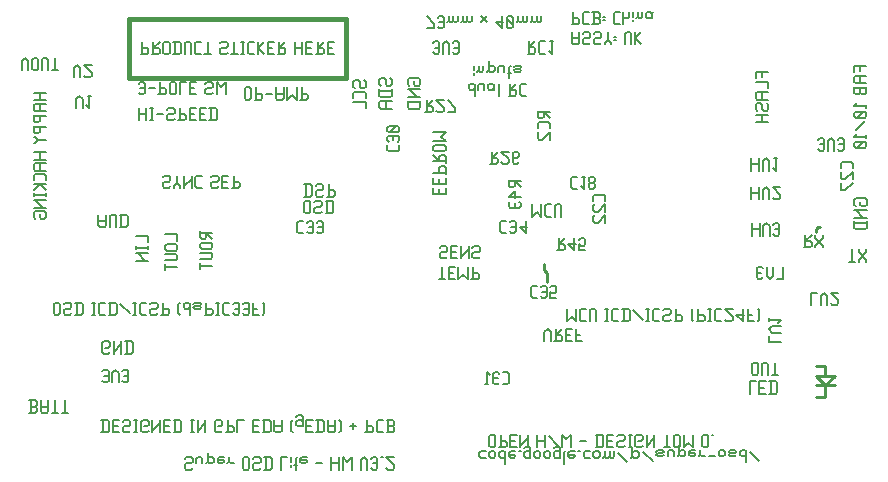
<source format=gbr>
G04 start of page 8 for group -4078 idx -4078 *
G04 Title: (unknown), bottomsilk *
G04 Creator: pcb 20091103 *
G04 CreationDate: Tue 04 Jan 2011 15:16:32 GMT UTC *
G04 For: thomas *
G04 Format: Gerber/RS-274X *
G04 PCB-Dimensions: 285430 157480 *
G04 PCB-Coordinate-Origin: lower left *
%MOIN*%
%FSLAX25Y25*%
%LNBACKSILK*%
%ADD11C,0.0100*%
%ADD12C,0.0180*%
%ADD60C,0.0060*%
G54D11*X267717Y26547D02*X270866D01*
Y30484D02*Y26547D01*
X267717Y81665D02*Y82453D01*
X268504Y83240D01*
X269292D01*
X178000Y64980D02*Y67980D01*
X177000Y68980D01*
Y70980D01*
X270866Y36783D02*X267717D01*
Y33633D02*X274016D01*
X270866Y30483D01*
X267717D02*X274016D01*
X270866Y30484D02*X267717Y33633D01*
X270866Y36783D02*Y33633D01*
G54D12*X111162Y132708D02*X38721D01*
Y152393D01*
X111161D01*
Y132709D01*
G54D60*X30147Y14743D02*Y18863D01*
X31692Y14743D02*X32207Y15258D01*
Y18348D01*
X31692Y18863D02*X32207Y18348D01*
X29632Y18863D02*X31692D01*
X29632Y14743D02*X31692D01*
X33444Y16803D02*X34989D01*
X33444Y18863D02*X35504D01*
X33444Y14743D02*Y18863D01*
Y14743D02*X35504D01*
X38801D02*X39316Y15258D01*
X37256Y14743D02*X38801D01*
X36741Y15258D02*X37256Y14743D01*
X36741Y15258D02*Y16288D01*
X37256Y16803D01*
X38801D01*
X39316Y17318D01*
Y18348D01*
X38801Y18863D02*X39316Y18348D01*
X37256Y18863D02*X38801D01*
X36741Y18348D02*X37256Y18863D01*
X40553Y14743D02*X41583D01*
X41068D02*Y18863D01*
X40553D02*X41583D01*
X44880Y14743D02*X45395Y15258D01*
X43335Y14743D02*X44880D01*
X42820Y15258D02*X43335Y14743D01*
X42820Y15258D02*Y18348D01*
X43335Y18863D01*
X44880D01*
X45395Y18348D01*
Y17318D02*Y18348D01*
X44880Y16803D02*X45395Y17318D01*
X43850Y16803D02*X44880D01*
X46632Y14743D02*Y18863D01*
Y14743D02*Y15258D01*
X49207Y17833D01*
Y14743D02*Y18863D01*
X50444Y16803D02*X51989D01*
X50444Y18863D02*X52504D01*
X50444Y14743D02*Y18863D01*
Y14743D02*X52504D01*
X54256D02*Y18863D01*
X55801Y14743D02*X56316Y15258D01*
Y18348D01*
X55801Y18863D02*X56316Y18348D01*
X53741Y18863D02*X55801D01*
X53741Y14743D02*X55801D01*
X59407D02*X60437D01*
X59922D02*Y18863D01*
X59407D02*X60437D01*
X61674Y14743D02*Y18863D01*
Y14743D02*Y15258D01*
X64249Y17833D01*
Y14743D02*Y18863D01*
X69400Y14743D02*X69915Y15258D01*
X67855Y14743D02*X69400D01*
X67340Y15258D02*X67855Y14743D01*
X67340Y15258D02*Y18348D01*
X67855Y18863D01*
X69400D01*
X69915Y18348D01*
Y17318D02*Y18348D01*
X69400Y16803D02*X69915Y17318D01*
X68370Y16803D02*X69400D01*
X71667Y14743D02*Y18863D01*
X71152Y14743D02*X73212D01*
X73727Y15258D01*
Y16288D01*
X73212Y16803D02*X73727Y16288D01*
X71667Y16803D02*X73212D01*
X74964Y14743D02*Y18863D01*
X77024D01*
X80115Y16803D02*X81660D01*
X80115Y18863D02*X82175D01*
X80115Y14743D02*Y18863D01*
Y14743D02*X82175D01*
X83927D02*Y18863D01*
X85472Y14743D02*X85987Y15258D01*
Y18348D01*
X85472Y18863D02*X85987Y18348D01*
X83412Y18863D02*X85472D01*
X83412Y14743D02*X85472D01*
X87224Y15258D02*Y18863D01*
Y15258D02*X87739Y14743D01*
X89284D01*
X89799Y15258D01*
Y18863D01*
X87224Y16803D02*X89799D01*
X92890Y18348D02*X93405Y18863D01*
X92890Y15258D02*X93405Y14743D01*
X92890Y15258D02*Y18348D01*
X96187Y16803D02*X96702Y17318D01*
X95157Y16803D02*X96187D01*
X94642Y17318D02*X95157Y16803D01*
X94642Y17318D02*Y18348D01*
X95157Y18863D01*
X96187D01*
X96702Y18348D01*
X94642Y19893D02*X95157Y20408D01*
X96187D01*
X96702Y19893D01*
Y16803D02*Y19893D01*
X97939Y16803D02*X99484D01*
X97939Y18863D02*X99999D01*
X97939Y14743D02*Y18863D01*
Y14743D02*X99999D01*
X101751D02*Y18863D01*
X103296Y14743D02*X103811Y15258D01*
Y18348D01*
X103296Y18863D02*X103811Y18348D01*
X101236Y18863D02*X103296D01*
X101236Y14743D02*X103296D01*
X105048Y15258D02*Y18863D01*
Y15258D02*X105563Y14743D01*
X107108D01*
X107623Y15258D01*
Y18863D01*
X105048Y16803D02*X107623D01*
X108860Y14743D02*X109375Y15258D01*
Y18348D01*
X108860Y18863D02*X109375Y18348D01*
X112466Y16803D02*X114526D01*
X113496Y15773D02*Y17833D01*
X118132Y14743D02*Y18863D01*
X117617Y14743D02*X119677D01*
X120192Y15258D01*
Y16288D01*
X119677Y16803D02*X120192Y16288D01*
X118132Y16803D02*X119677D01*
X121944Y18863D02*X123489D01*
X121429Y18348D02*X121944Y18863D01*
X121429Y15258D02*Y18348D01*
Y15258D02*X121944Y14743D01*
X123489D01*
X124726Y18863D02*X126786D01*
X127301Y18348D01*
Y17318D02*Y18348D01*
X126786Y16803D02*X127301Y17318D01*
X125241Y16803D02*X126786D01*
X125241Y14743D02*Y18863D01*
X124726Y14743D02*X126786D01*
X127301Y15258D01*
Y16288D01*
X126786Y16803D02*X127301Y16288D01*
X158855Y10304D02*Y13394D01*
Y10304D02*X159370Y9789D01*
X160400D01*
X160915Y10304D01*
Y13394D01*
X160400Y13909D02*X160915Y13394D01*
X159370Y13909D02*X160400D01*
X158855Y13394D02*X159370Y13909D01*
X162667Y9789D02*Y13909D01*
X162152Y9789D02*X164212D01*
X164727Y10304D01*
Y11334D01*
X164212Y11849D02*X164727Y11334D01*
X162667Y11849D02*X164212D01*
X165964D02*X167509D01*
X165964Y13909D02*X168024D01*
X165964Y9789D02*Y13909D01*
Y9789D02*X168024D01*
X169261D02*Y13909D01*
Y9789D02*Y10304D01*
X171836Y12879D01*
Y9789D02*Y13909D01*
X174927Y9789D02*Y13909D01*
X177502Y9789D02*Y13909D01*
X174927Y11849D02*X177502D01*
X178739Y13394D02*X181829Y10304D01*
X183066Y9789D02*Y13909D01*
X184611Y12364D01*
X186156Y13909D01*
Y9789D02*Y13909D01*
X189247Y11849D02*X191307D01*
X194913Y9789D02*Y13909D01*
X196458Y9789D02*X196973Y10304D01*
Y13394D01*
X196458Y13909D02*X196973Y13394D01*
X194398Y13909D02*X196458D01*
X194398Y9789D02*X196458D01*
X198210Y11849D02*X199755D01*
X198210Y13909D02*X200270D01*
X198210Y9789D02*Y13909D01*
Y9789D02*X200270D01*
X203567D02*X204082Y10304D01*
X202022Y9789D02*X203567D01*
X201507Y10304D02*X202022Y9789D01*
X201507Y10304D02*Y11334D01*
X202022Y11849D01*
X203567D01*
X204082Y12364D01*
Y13394D01*
X203567Y13909D02*X204082Y13394D01*
X202022Y13909D02*X203567D01*
X201507Y13394D02*X202022Y13909D01*
X205319Y9789D02*X206349D01*
X205834D02*Y13909D01*
X205319D02*X206349D01*
X209646Y9789D02*X210161Y10304D01*
X208101Y9789D02*X209646D01*
X207586Y10304D02*X208101Y9789D01*
X207586Y10304D02*Y13394D01*
X208101Y13909D01*
X209646D01*
X210161Y13394D01*
Y12364D02*Y13394D01*
X209646Y11849D02*X210161Y12364D01*
X208616Y11849D02*X209646D01*
X211398Y9789D02*Y13909D01*
Y9789D02*Y10304D01*
X213973Y12879D01*
Y9789D02*Y13909D01*
X217064Y9789D02*X219124D01*
X218094D02*Y13909D01*
X220361Y10304D02*Y13394D01*
Y10304D02*X220876Y9789D01*
X221906D01*
X222421Y10304D01*
Y13394D01*
X221906Y13909D02*X222421Y13394D01*
X220876Y13909D02*X221906D01*
X220361Y13394D02*X220876Y13909D01*
X223658Y9789D02*Y13909D01*
Y9789D02*X225203Y11334D01*
X226748Y9789D01*
Y13909D01*
X229839Y10304D02*Y13394D01*
Y10304D02*X230354Y9789D01*
X231384D01*
X231899Y10304D01*
Y13394D01*
X231384Y13909D02*X231899Y13394D01*
X230354Y13909D02*X231384D01*
X229839Y13394D02*X230354Y13909D01*
X233136D02*X233651D01*
X59481Y2317D02*X59996Y2832D01*
X57936Y2317D02*X59481D01*
X57421Y2832D02*X57936Y2317D01*
X57421Y2832D02*Y3862D01*
X57936Y4377D01*
X59481D01*
X59996Y4892D01*
Y5922D01*
X59481Y6437D02*X59996Y5922D01*
X57936Y6437D02*X59481D01*
X57421Y5922D02*X57936Y6437D01*
X61233Y4377D02*Y5922D01*
X61748Y6437D01*
X62778D01*
X63293Y5922D01*
Y4377D02*Y5922D01*
X65045Y4892D02*Y7982D01*
X64530Y4377D02*X65045Y4892D01*
X65560Y4377D01*
X66590D01*
X67105Y4892D01*
Y5922D01*
X66590Y6437D02*X67105Y5922D01*
X65560Y6437D02*X66590D01*
X65045Y5922D02*X65560Y6437D01*
X68857D02*X70402D01*
X68342Y5922D02*X68857Y6437D01*
X68342Y4892D02*Y5922D01*
Y4892D02*X68857Y4377D01*
X69887D01*
X70402Y4892D01*
X68342Y5407D02*X70402D01*
Y4892D02*Y5407D01*
X72154Y4892D02*Y6437D01*
Y4892D02*X72669Y4377D01*
X73699D01*
X71639D02*X72154Y4892D01*
X76790Y2832D02*Y5922D01*
Y2832D02*X77305Y2317D01*
X78335D01*
X78850Y2832D01*
Y5922D01*
X78335Y6437D02*X78850Y5922D01*
X77305Y6437D02*X78335D01*
X76790Y5922D02*X77305Y6437D01*
X82147Y2317D02*X82662Y2832D01*
X80602Y2317D02*X82147D01*
X80087Y2832D02*X80602Y2317D01*
X80087Y2832D02*Y3862D01*
X80602Y4377D01*
X82147D01*
X82662Y4892D01*
Y5922D01*
X82147Y6437D02*X82662Y5922D01*
X80602Y6437D02*X82147D01*
X80087Y5922D02*X80602Y6437D01*
X84414Y2317D02*Y6437D01*
X85959Y2317D02*X86474Y2832D01*
Y5922D01*
X85959Y6437D02*X86474Y5922D01*
X83899Y6437D02*X85959D01*
X83899Y2317D02*X85959D01*
X89565D02*Y6437D01*
X91625D01*
X92862Y3347D02*Y3862D01*
Y4892D02*Y6437D01*
X94408Y2317D02*Y5922D01*
X94923Y6437D01*
X93893Y3862D02*X94923D01*
X96469Y6437D02*X98014D01*
X95954Y5922D02*X96469Y6437D01*
X95954Y4892D02*Y5922D01*
Y4892D02*X96469Y4377D01*
X97499D01*
X98014Y4892D01*
X95954Y5407D02*X98014D01*
Y4892D02*Y5407D01*
X101105Y4377D02*X103165D01*
X106256Y2317D02*Y6437D01*
X108831Y2317D02*Y6437D01*
X106256Y4377D02*X108831D01*
X110068Y2317D02*Y6437D01*
X111613Y4892D01*
X113158Y6437D01*
Y2317D02*Y6437D01*
X116249Y2317D02*Y5407D01*
X117279Y6437D01*
X118309Y5407D01*
Y2317D02*Y5407D01*
X119546Y2832D02*X120061Y2317D01*
X121091D01*
X121606Y2832D01*
Y5922D01*
X121091Y6437D02*X121606Y5922D01*
X120061Y6437D02*X121091D01*
X119546Y5922D02*X120061Y6437D01*
Y4377D02*X121606D01*
X122843Y6437D02*X123358D01*
X124595Y2832D02*X125110Y2317D01*
X126655D01*
X127170Y2832D01*
Y3862D01*
X124595Y6437D02*X127170Y3862D01*
X124595Y6437D02*X127170D01*
X156133Y6303D02*X157678D01*
X155618Y6818D02*X156133Y6303D01*
X155618Y6818D02*Y7848D01*
X156133Y8363D01*
X157678D01*
X158915Y6818D02*Y7848D01*
Y6818D02*X159430Y6303D01*
X160460D01*
X160975Y6818D01*
Y7848D01*
X160460Y8363D02*X160975Y7848D01*
X159430Y8363D02*X160460D01*
X158915Y7848D02*X159430Y8363D01*
X164272Y4243D02*Y8363D01*
X163757D02*X164272Y7848D01*
X162727Y8363D02*X163757D01*
X162212Y7848D02*X162727Y8363D01*
X162212Y6818D02*Y7848D01*
Y6818D02*X162727Y6303D01*
X163757D01*
X164272Y6818D01*
X166024Y8363D02*X167569D01*
X165509Y7848D02*X166024Y8363D01*
X165509Y6818D02*Y7848D01*
Y6818D02*X166024Y6303D01*
X167054D01*
X167569Y6818D01*
X165509Y7333D02*X167569D01*
Y6818D02*Y7333D01*
X168806Y8363D02*X169321D01*
X172103Y6303D02*X172618Y6818D01*
X171073Y6303D02*X172103D01*
X170558Y6818D02*X171073Y6303D01*
X170558Y6818D02*Y7848D01*
X171073Y8363D01*
X172103D01*
X172618Y7848D01*
X170558Y9393D02*X171073Y9908D01*
X172103D01*
X172618Y9393D01*
Y6303D02*Y9393D01*
X173855Y6818D02*Y7848D01*
Y6818D02*X174370Y6303D01*
X175400D01*
X175915Y6818D01*
Y7848D01*
X175400Y8363D02*X175915Y7848D01*
X174370Y8363D02*X175400D01*
X173855Y7848D02*X174370Y8363D01*
X177152Y6818D02*Y7848D01*
Y6818D02*X177667Y6303D01*
X178697D01*
X179212Y6818D01*
Y7848D01*
X178697Y8363D02*X179212Y7848D01*
X177667Y8363D02*X178697D01*
X177152Y7848D02*X177667Y8363D01*
X181994Y6303D02*X182509Y6818D01*
X180964Y6303D02*X181994D01*
X180449Y6818D02*X180964Y6303D01*
X180449Y6818D02*Y7848D01*
X180964Y8363D01*
X181994D01*
X182509Y7848D01*
X180449Y9393D02*X180964Y9908D01*
X181994D01*
X182509Y9393D01*
Y6303D02*Y9393D01*
X183746Y4243D02*Y7848D01*
X184261Y8363D01*
X185807D02*X187352D01*
X185292Y7848D02*X185807Y8363D01*
X185292Y6818D02*Y7848D01*
Y6818D02*X185807Y6303D01*
X186837D01*
X187352Y6818D01*
X185292Y7333D02*X187352D01*
Y6818D02*Y7333D01*
X188589Y8363D02*X189104D01*
X190856Y6303D02*X192401D01*
X190341Y6818D02*X190856Y6303D01*
X190341Y6818D02*Y7848D01*
X190856Y8363D01*
X192401D01*
X193638Y6818D02*Y7848D01*
Y6818D02*X194153Y6303D01*
X195183D01*
X195698Y6818D01*
Y7848D01*
X195183Y8363D02*X195698Y7848D01*
X194153Y8363D02*X195183D01*
X193638Y7848D02*X194153Y8363D01*
X197450Y6818D02*Y8363D01*
Y6818D02*X197965Y6303D01*
X198480D01*
X198995Y6818D01*
Y8363D01*
Y6818D02*X199510Y6303D01*
X200025D01*
X200540Y6818D01*
Y8363D01*
X196935Y6303D02*X197450Y6818D01*
X201777Y7848D02*X204867Y4758D01*
X206619Y6818D02*Y9908D01*
X206104Y6303D02*X206619Y6818D01*
X207134Y6303D01*
X208164D01*
X208679Y6818D01*
Y7848D01*
X208164Y8363D02*X208679Y7848D01*
X207134Y8363D02*X208164D01*
X206619Y7848D02*X207134Y8363D01*
X41187Y80090D02*X45307D01*
Y78030D02*Y80090D01*
X41187Y75763D02*Y76793D01*
Y76278D02*X45307D01*
Y75763D02*Y76793D01*
X41187Y74526D02*X45307D01*
X41187D02*X41702D01*
X44277Y71951D01*
X41187D02*X45307D01*
X50834Y80708D02*X54954D01*
Y78648D02*Y80708D01*
X51349Y77411D02*X54439D01*
X51349D02*X50834Y76896D01*
Y75866D02*Y76896D01*
Y75866D02*X51349Y75351D01*
X54439D01*
X54954Y75866D02*X54439Y75351D01*
X54954Y75866D02*Y76896D01*
X54439Y77411D02*X54954Y76896D01*
X50834Y74114D02*X54439D01*
X54954Y73599D01*
Y72569D02*Y73599D01*
Y72569D02*X54439Y72054D01*
X50834D02*X54439D01*
X50834Y68757D02*Y70817D01*
Y69787D02*X54954D01*
X13748Y54382D02*Y57472D01*
Y54382D02*X14263Y53867D01*
X15293D01*
X15808Y54382D01*
Y57472D01*
X15293Y57987D02*X15808Y57472D01*
X14263Y57987D02*X15293D01*
X13748Y57472D02*X14263Y57987D01*
X19105Y53867D02*X19620Y54382D01*
X17560Y53867D02*X19105D01*
X17045Y54382D02*X17560Y53867D01*
X17045Y54382D02*Y55412D01*
X17560Y55927D01*
X19105D01*
X19620Y56442D01*
Y57472D01*
X19105Y57987D02*X19620Y57472D01*
X17560Y57987D02*X19105D01*
X17045Y57472D02*X17560Y57987D01*
X21372Y53867D02*Y57987D01*
X22917Y53867D02*X23432Y54382D01*
Y57472D01*
X22917Y57987D02*X23432Y57472D01*
X20857Y57987D02*X22917D01*
X20857Y53867D02*X22917D01*
X26523D02*X27553D01*
X27038D02*Y57987D01*
X26523D02*X27553D01*
X29305D02*X30850D01*
X28790Y57472D02*X29305Y57987D01*
X28790Y54382D02*Y57472D01*
Y54382D02*X29305Y53867D01*
X30850D01*
X32602D02*Y57987D01*
X34147Y53867D02*X34662Y54382D01*
Y57472D01*
X34147Y57987D02*X34662Y57472D01*
X32087Y57987D02*X34147D01*
X32087Y53867D02*X34147D01*
X35899Y57472D02*X38989Y54382D01*
X40226Y53867D02*X41256D01*
X40741D02*Y57987D01*
X40226D02*X41256D01*
X43008D02*X44553D01*
X42493Y57472D02*X43008Y57987D01*
X42493Y54382D02*Y57472D01*
Y54382D02*X43008Y53867D01*
X44553D01*
X47850D02*X48365Y54382D01*
X46305Y53867D02*X47850D01*
X45790Y54382D02*X46305Y53867D01*
X45790Y54382D02*Y55412D01*
X46305Y55927D01*
X47850D01*
X48365Y56442D01*
Y57472D01*
X47850Y57987D02*X48365Y57472D01*
X46305Y57987D02*X47850D01*
X45790Y57472D02*X46305Y57987D01*
X50117Y53867D02*Y57987D01*
X49602Y53867D02*X51662D01*
X52177Y54382D01*
Y55412D01*
X51662Y55927D02*X52177Y55412D01*
X50117Y55927D02*X51662D01*
X55268Y57472D02*X55783Y57987D01*
X55268Y54382D02*X55783Y53867D01*
X55268Y54382D02*Y57472D01*
X59080Y53867D02*Y57987D01*
X58565D02*X59080Y57472D01*
X57535Y57987D02*X58565D01*
X57020Y57472D02*X57535Y57987D01*
X57020Y56442D02*Y57472D01*
Y56442D02*X57535Y55927D01*
X58565D01*
X59080Y56442D01*
X60832Y57987D02*X62377D01*
X62892Y57472D01*
X62377Y56957D02*X62892Y57472D01*
X60832Y56957D02*X62377D01*
X60317Y56442D02*X60832Y56957D01*
X60317Y56442D02*X60832Y55927D01*
X62377D01*
X62892Y56442D01*
X60317Y57472D02*X60832Y57987D01*
X64644Y53867D02*Y57987D01*
X64129Y53867D02*X66189D01*
X66704Y54382D01*
Y55412D01*
X66189Y55927D02*X66704Y55412D01*
X64644Y55927D02*X66189D01*
X67941Y53867D02*X68971D01*
X68456D02*Y57987D01*
X67941D02*X68971D01*
X70723D02*X72268D01*
X70208Y57472D02*X70723Y57987D01*
X70208Y54382D02*Y57472D01*
Y54382D02*X70723Y53867D01*
X72268D01*
X73505Y54382D02*X74020Y53867D01*
X75050D01*
X75565Y54382D01*
Y57472D01*
X75050Y57987D02*X75565Y57472D01*
X74020Y57987D02*X75050D01*
X73505Y57472D02*X74020Y57987D01*
Y55927D02*X75565D01*
X76802Y54382D02*X77317Y53867D01*
X78347D01*
X78862Y54382D01*
Y57472D01*
X78347Y57987D02*X78862Y57472D01*
X77317Y57987D02*X78347D01*
X76802Y57472D02*X77317Y57987D01*
Y55927D02*X78862D01*
X80099Y53867D02*Y57987D01*
Y53867D02*X82159D01*
X80099Y55927D02*X81644D01*
X83396Y53867D02*X83911Y54382D01*
Y57472D01*
X83396Y57987D02*X83911Y57472D01*
X62522Y79697D02*Y81757D01*
Y79697D02*X63037Y79182D01*
X64067D01*
X64582Y79697D02*X64067Y79182D01*
X64582Y79697D02*Y81242D01*
X62522D02*X66642D01*
X64582D02*X66642Y79182D01*
X63037Y77945D02*X66127D01*
X63037D02*X62522Y77430D01*
Y76400D02*Y77430D01*
Y76400D02*X63037Y75885D01*
X66127D01*
X66642Y76400D02*X66127Y75885D01*
X66642Y76400D02*Y77430D01*
X66127Y77945D02*X66642Y77430D01*
X62522Y74648D02*X66127D01*
X66642Y74133D01*
Y73103D02*Y74133D01*
Y73103D02*X66127Y72588D01*
X62522D02*X66127D01*
X62522Y69291D02*Y71351D01*
Y70321D02*X66642D01*
X29973Y31942D02*X30488Y31427D01*
X31518D01*
X32033Y31942D01*
Y35032D01*
X31518Y35547D02*X32033Y35032D01*
X30488Y35547D02*X31518D01*
X29973Y35032D02*X30488Y35547D01*
Y33487D02*X32033D01*
X33270Y31427D02*Y34517D01*
X34300Y35547D01*
X35330Y34517D01*
Y31427D02*Y34517D01*
X36567Y31942D02*X37082Y31427D01*
X38112D01*
X38627Y31942D01*
Y35032D01*
X38112Y35547D02*X38627Y35032D01*
X37082Y35547D02*X38112D01*
X36567Y35032D02*X37082Y35547D01*
Y33487D02*X38627D01*
X5512Y25397D02*X7572D01*
X8087Y24882D01*
Y23852D02*Y24882D01*
X7572Y23337D02*X8087Y23852D01*
X6027Y23337D02*X7572D01*
X6027Y21277D02*Y25397D01*
X5512Y21277D02*X7572D01*
X8087Y21792D01*
Y22822D01*
X7572Y23337D02*X8087Y22822D01*
X9324Y21792D02*Y25397D01*
Y21792D02*X9839Y21277D01*
X11384D01*
X11899Y21792D01*
Y25397D01*
X9324Y23337D02*X11899D01*
X13136Y21277D02*X15196D01*
X14166D02*Y25397D01*
X16433Y21277D02*X18493D01*
X17463D02*Y25397D01*
X31981Y40962D02*X32496Y41477D01*
X30436Y40962D02*X31981D01*
X29921Y41477D02*X30436Y40962D01*
X29921Y41477D02*Y44567D01*
X30436Y45082D01*
X31981D01*
X32496Y44567D01*
Y43537D02*Y44567D01*
X31981Y43022D02*X32496Y43537D01*
X30951Y43022D02*X31981D01*
X33733Y40962D02*Y45082D01*
Y40962D02*Y41477D01*
X36308Y44052D01*
Y40962D02*Y45082D01*
X38060Y40962D02*Y45082D01*
X39605Y40962D02*X40120Y41477D01*
Y44567D01*
X39605Y45082D02*X40120Y44567D01*
X37545Y45082D02*X39605D01*
X37545Y40962D02*X39605D01*
X210235Y8348D02*X213325Y5258D01*
X215077Y8863D02*X216622D01*
X217137Y8348D01*
X216622Y7833D02*X217137Y8348D01*
X215077Y7833D02*X216622D01*
X214562Y7318D02*X215077Y7833D01*
X214562Y7318D02*X215077Y6803D01*
X216622D01*
X217137Y7318D01*
X214562Y8348D02*X215077Y8863D01*
X218374Y6803D02*Y8348D01*
X218889Y8863D01*
X219919D01*
X220434Y8348D01*
Y6803D02*Y8348D01*
X222186Y7318D02*Y10408D01*
X221671Y6803D02*X222186Y7318D01*
X222701Y6803D01*
X223731D01*
X224246Y7318D01*
Y8348D01*
X223731Y8863D02*X224246Y8348D01*
X222701Y8863D02*X223731D01*
X222186Y8348D02*X222701Y8863D01*
X225998D02*X227543D01*
X225483Y8348D02*X225998Y8863D01*
X225483Y7318D02*Y8348D01*
Y7318D02*X225998Y6803D01*
X227028D01*
X227543Y7318D01*
X225483Y7833D02*X227543D01*
Y7318D02*Y7833D01*
X229295Y7318D02*Y8863D01*
Y7318D02*X229810Y6803D01*
X230840D01*
X228780D02*X229295Y7318D01*
X232077Y6803D02*X234137D01*
X235374Y7318D02*Y8348D01*
Y7318D02*X235889Y6803D01*
X236919D01*
X237434Y7318D01*
Y8348D01*
X236919Y8863D02*X237434Y8348D01*
X235889Y8863D02*X236919D01*
X235374Y8348D02*X235889Y8863D01*
X239186D02*X240731D01*
X241246Y8348D01*
X240731Y7833D02*X241246Y8348D01*
X239186Y7833D02*X240731D01*
X238671Y7318D02*X239186Y7833D01*
X238671Y7318D02*X239186Y6803D01*
X240731D01*
X241246Y7318D01*
X238671Y8348D02*X239186Y8863D01*
X244543Y4743D02*Y8863D01*
X244028D02*X244543Y8348D01*
X242998Y8863D02*X244028D01*
X242483Y8348D02*X242998Y8863D01*
X242483Y7318D02*Y8348D01*
Y7318D02*X242998Y6803D01*
X244028D01*
X244543Y7318D01*
X245780Y8348D02*X248870Y5258D01*
X177301Y45126D02*Y48216D01*
X178331Y49246D01*
X179361Y48216D01*
Y45126D02*Y48216D01*
X180598Y45126D02*X182658D01*
X183173Y45641D01*
Y46671D01*
X182658Y47186D02*X183173Y46671D01*
X181113Y47186D02*X182658D01*
X181113Y45126D02*Y49246D01*
Y47186D02*X183173Y49246D01*
X184410Y47186D02*X185955D01*
X184410Y49246D02*X186470D01*
X184410Y45126D02*Y49246D01*
Y45126D02*X186470D01*
X187707D02*Y49246D01*
Y45126D02*X189767D01*
X187707Y47186D02*X189252D01*
X246457Y34391D02*Y37481D01*
Y34391D02*X246972Y33876D01*
X248002D01*
X248517Y34391D01*
Y37481D01*
X248002Y37996D02*X248517Y37481D01*
X246972Y37996D02*X248002D01*
X246457Y37481D02*X246972Y37996D01*
X249754Y33876D02*Y37481D01*
X250269Y37996D01*
X251299D01*
X251814Y37481D01*
Y33876D02*Y37481D01*
X253051Y33876D02*X255111D01*
X254081D02*Y37996D01*
X245669Y27577D02*Y31697D01*
X247729D01*
X248966Y29637D02*X250511D01*
X248966Y31697D02*X251026D01*
X248966Y27577D02*Y31697D01*
Y27577D02*X251026D01*
X252778D02*Y31697D01*
X254323Y27577D02*X254838Y28092D01*
Y31182D01*
X254323Y31697D02*X254838Y31182D01*
X252263Y31697D02*X254323D01*
X252263Y27577D02*X254323D01*
X184808Y51809D02*Y55929D01*
Y51809D02*X186353Y53354D01*
X187898Y51809D01*
Y55929D01*
X189650D02*X191195D01*
X189135Y55414D02*X189650Y55929D01*
X189135Y52324D02*Y55414D01*
Y52324D02*X189650Y51809D01*
X191195D01*
X192432D02*Y55414D01*
X192947Y55929D01*
X193977D01*
X194492Y55414D01*
Y51809D02*Y55414D01*
X197583Y51809D02*X198613D01*
X198098D02*Y55929D01*
X197583D02*X198613D01*
X200365D02*X201910D01*
X199850Y55414D02*X200365Y55929D01*
X199850Y52324D02*Y55414D01*
Y52324D02*X200365Y51809D01*
X201910D01*
X203662D02*Y55929D01*
X205207Y51809D02*X205722Y52324D01*
Y55414D01*
X205207Y55929D02*X205722Y55414D01*
X203147Y55929D02*X205207D01*
X203147Y51809D02*X205207D01*
X206959Y55414D02*X210049Y52324D01*
X211286Y51809D02*X212316D01*
X211801D02*Y55929D01*
X211286D02*X212316D01*
X214068D02*X215613D01*
X213553Y55414D02*X214068Y55929D01*
X213553Y52324D02*Y55414D01*
Y52324D02*X214068Y51809D01*
X215613D01*
X218910D02*X219425Y52324D01*
X217365Y51809D02*X218910D01*
X216850Y52324D02*X217365Y51809D01*
X216850Y52324D02*Y53354D01*
X217365Y53869D01*
X218910D01*
X219425Y54384D01*
Y55414D01*
X218910Y55929D02*X219425Y55414D01*
X217365Y55929D02*X218910D01*
X216850Y55414D02*X217365Y55929D01*
X221177Y51809D02*Y55929D01*
X220662Y51809D02*X222722D01*
X223237Y52324D01*
Y53354D01*
X222722Y53869D02*X223237Y53354D01*
X221177Y53869D02*X222722D01*
X226328Y55414D02*X226843Y55929D01*
X226328Y52324D02*X226843Y51809D01*
X226328Y52324D02*Y55414D01*
X228595Y51809D02*Y55929D01*
X228080Y51809D02*X230140D01*
X230655Y52324D01*
Y53354D01*
X230140Y53869D02*X230655Y53354D01*
X228595Y53869D02*X230140D01*
X231892Y51809D02*X232922D01*
X232407D02*Y55929D01*
X231892D02*X232922D01*
X234674D02*X236219D01*
X234159Y55414D02*X234674Y55929D01*
X234159Y52324D02*Y55414D01*
Y52324D02*X234674Y51809D01*
X236219D01*
X237456Y52324D02*X237971Y51809D01*
X239516D01*
X240031Y52324D01*
Y53354D01*
X237456Y55929D02*X240031Y53354D01*
X237456Y55929D02*X240031D01*
X241268Y53869D02*X243328Y51809D01*
X241268Y53869D02*X243843D01*
X243328Y51809D02*Y55929D01*
X245080Y51809D02*Y55929D01*
Y51809D02*X247140D01*
X245080Y53869D02*X246625D01*
X248377Y51809D02*X248892Y52324D01*
Y55414D01*
X248377Y55929D02*X248892Y55414D01*
X252098Y44724D02*X256218D01*
X252098D02*Y46784D01*
X253128Y48021D02*X256218D01*
X253128D02*X252098Y49051D01*
X253128Y50081D01*
X256218D01*
X252098Y51833D02*Y52863D01*
Y52348D02*X256218D01*
X255188Y51318D02*X256218Y52348D01*
X246457Y80333D02*Y84453D01*
X249032Y80333D02*Y84453D01*
X246457Y82393D02*X249032D01*
X250269Y80333D02*Y83423D01*
X251299Y84453D01*
X252329Y83423D01*
Y80333D02*Y83423D01*
X253566Y80848D02*X254081Y80333D01*
X255111D01*
X255626Y80848D01*
Y83938D01*
X255111Y84453D02*X255626Y83938D01*
X254081Y84453D02*X255111D01*
X253566Y83938D02*X254081Y84453D01*
Y82393D02*X255626D01*
X256756Y65894D02*Y70014D01*
X254696Y65894D02*X256756D01*
X253459Y66924D02*Y70014D01*
Y66924D02*X252429Y65894D01*
X251399Y66924D01*
Y70014D01*
X250162Y69499D02*X249647Y70014D01*
X248617D02*X249647D01*
X248617D02*X248102Y69499D01*
Y66409D02*Y69499D01*
X248617Y65894D02*X248102Y66409D01*
X248617Y65894D02*X249647D01*
X250162Y66409D02*X249647Y65894D01*
X248102Y67954D02*X249647D01*
X278741Y71671D02*X280801D01*
X279771D02*Y75791D01*
X282038Y71671D02*Y72186D01*
X284613Y74761D01*
Y75791D01*
X282038Y74761D02*Y75791D01*
Y74761D02*X284613Y72186D01*
Y71671D02*Y72186D01*
X280557Y90629D02*X281072Y90114D01*
X280557Y90629D02*Y92174D01*
X281072Y92689D02*X280557Y92174D01*
X281072Y92689D02*X284162D01*
X284677Y92174D01*
Y90629D02*Y92174D01*
Y90629D02*X284162Y90114D01*
X283132D02*X284162D01*
X282617Y90629D02*X283132Y90114D01*
X282617Y90629D02*Y91659D01*
X280557Y88877D02*X284677D01*
X280557D02*X281072D01*
X283647Y86302D01*
X280557D02*X284677D01*
X280557Y84550D02*X284677D01*
X280557Y83005D02*X281072Y82490D01*
X284162D01*
X284677Y83005D02*X284162Y82490D01*
X284677Y83005D02*Y85065D01*
X280557Y83005D02*Y85065D01*
X280528Y136784D02*X284528D01*
X280528Y134784D02*Y136784D01*
X282528Y135284D02*Y136784D01*
X281028Y133583D02*X284528D01*
X281028D02*X280528Y133083D01*
Y131583D02*Y133083D01*
Y131583D02*X281028Y131083D01*
X284528D01*
X282528D02*Y133583D01*
X284528Y127882D02*Y129882D01*
Y127882D02*X284028Y127382D01*
X283028D02*X284028D01*
X282528Y127882D02*X283028Y127382D01*
X282528Y127882D02*Y129382D01*
X280528D02*X284528D01*
X280528Y127882D02*Y129882D01*
Y127882D02*X281028Y127382D01*
X282028D01*
X282528Y127882D02*X282028Y127382D01*
X284528Y122881D02*Y123881D01*
X280528Y123381D02*X284528D01*
X281528Y124381D02*X280528Y123381D01*
X284028Y121680D02*X284528Y121180D01*
X281028Y121680D02*X284028D01*
X281028D02*X280528Y121180D01*
Y120180D02*Y121180D01*
Y120180D02*X281028Y119680D01*
X284028D01*
X284528Y120180D02*X284028Y119680D01*
X284528Y120180D02*Y121180D01*
X283528Y121680D02*X281528Y119680D01*
X284028Y118479D02*X281028Y115479D01*
X284528Y112778D02*Y113778D01*
X280528Y113278D02*X284528D01*
X281528Y114278D02*X280528Y113278D01*
X284028Y111577D02*X284528Y111077D01*
X281028Y111577D02*X284028D01*
X281028D02*X280528Y111077D01*
Y110077D02*Y111077D01*
Y110077D02*X281028Y109577D01*
X284028D01*
X284528Y110077D02*X284028Y109577D01*
X284528Y110077D02*Y111077D01*
X283528Y111577D02*X281528Y109577D01*
X263780Y76396D02*X265840D01*
X266355Y76911D01*
Y77941D01*
X265840Y78456D02*X266355Y77941D01*
X264295Y78456D02*X265840D01*
X264295Y76396D02*Y80516D01*
Y78456D02*X266355Y80516D01*
X267592Y76396D02*Y76911D01*
X270167Y79486D01*
Y80516D01*
X267592Y79486D02*Y80516D01*
Y79486D02*X270167Y76911D01*
Y76396D02*Y76911D01*
X268505Y109194D02*X269020Y108679D01*
X270050D01*
X270565Y109194D01*
Y112284D01*
X270050Y112799D02*X270565Y112284D01*
X269020Y112799D02*X270050D01*
X268505Y112284D02*X269020Y112799D01*
Y110739D02*X270565D01*
X271802Y108679D02*Y111769D01*
X272832Y112799D01*
X273862Y111769D01*
Y108679D02*Y111769D01*
X275099Y109194D02*X275614Y108679D01*
X276644D01*
X277159Y109194D01*
Y112284D01*
X276644Y112799D02*X277159Y112284D01*
X275614Y112799D02*X276644D01*
X275099Y112284D02*X275614Y112799D01*
Y110739D02*X277159D01*
X266142Y57211D02*Y61331D01*
X268202D01*
X269439Y57211D02*Y60301D01*
X270469Y61331D01*
X271499Y60301D01*
Y57211D02*Y60301D01*
X272736Y57726D02*X273251Y57211D01*
X274796D01*
X275311Y57726D01*
Y58756D01*
X272736Y61331D02*X275311Y58756D01*
X272736Y61331D02*X275311D01*
X247766Y134853D02*X251886D01*
X247766Y132793D02*Y134853D01*
X249826Y133308D02*Y134853D01*
X247766Y131556D02*X251886D01*
Y129496D02*Y131556D01*
X248281Y128259D02*X251886D01*
X248281D02*X247766Y127744D01*
Y126199D02*Y127744D01*
Y126199D02*X248281Y125684D01*
X251886D01*
X249826D02*Y128259D01*
X247766Y122387D02*X248281Y121872D01*
X247766Y122387D02*Y123932D01*
X248281Y124447D02*X247766Y123932D01*
X248281Y124447D02*X249311D01*
X249826Y123932D01*
Y122387D02*Y123932D01*
Y122387D02*X250341Y121872D01*
X251371D01*
X251886Y122387D02*X251371Y121872D01*
X251886Y122387D02*Y123932D01*
X251371Y124447D02*X251886Y123932D01*
X247766Y120635D02*X251886D01*
X247766Y118060D02*X251886D01*
X249826D02*Y120635D01*
X246280Y101979D02*Y106099D01*
X248855Y101979D02*Y106099D01*
X246280Y104039D02*X248855D01*
X250092Y101979D02*Y105069D01*
X251122Y106099D01*
X252152Y105069D01*
Y101979D02*Y105069D01*
X253904Y106099D02*X254934D01*
X254419Y101979D02*Y106099D01*
X253389Y103009D02*X254419Y101979D01*
X246221Y92451D02*Y96571D01*
X248796Y92451D02*Y96571D01*
X246221Y94511D02*X248796D01*
X250033Y92451D02*Y95541D01*
X251063Y96571D01*
X252093Y95541D01*
Y92451D02*Y95541D01*
X253330Y92966D02*X253845Y92451D01*
X255390D01*
X255905Y92966D01*
Y93996D01*
X253330Y96571D02*X255905Y93996D01*
X253330Y96571D02*X255905D01*
X171654Y140963D02*X173714D01*
X174229Y141478D01*
Y142508D01*
X173714Y143023D02*X174229Y142508D01*
X172169Y143023D02*X173714D01*
X172169Y140963D02*Y145083D01*
Y143023D02*X174229Y145083D01*
X175981D02*X177526D01*
X175466Y144568D02*X175981Y145083D01*
X175466Y141478D02*Y144568D01*
Y141478D02*X175981Y140963D01*
X177526D01*
X179278Y145083D02*X180308D01*
X179793Y140963D02*Y145083D01*
X178763Y141993D02*X179793Y140963D01*
X140158Y141477D02*X140673Y140962D01*
X141703D01*
X142218Y141477D01*
Y144567D01*
X141703Y145082D02*X142218Y144567D01*
X140673Y145082D02*X141703D01*
X140158Y144567D02*X140673Y145082D01*
Y143022D02*X142218D01*
X143455Y140962D02*Y144052D01*
X144485Y145082D01*
X145515Y144052D01*
Y140962D02*Y144052D01*
X146752Y141477D02*X147267Y140962D01*
X148297D01*
X148812Y141477D01*
Y144567D01*
X148297Y145082D02*X148812Y144567D01*
X147267Y145082D02*X148297D01*
X146752Y144567D02*X147267Y145082D01*
Y143022D02*X148812D01*
X138000Y153480D02*X140500Y150980D01*
Y149480D02*Y150980D01*
X138000Y149480D02*X140500D01*
X141701Y149980D02*X142201Y149480D01*
X143201D01*
X143701Y149980D01*
Y152980D01*
X143201Y153480D02*X143701Y152980D01*
X142201Y153480D02*X143201D01*
X141701Y152980D02*X142201Y153480D01*
Y151480D02*X143701D01*
X145402Y151980D02*Y153480D01*
Y151980D02*X145902Y151480D01*
X146402D01*
X146902Y151980D01*
Y153480D01*
Y151980D02*X147402Y151480D01*
X147902D01*
X148402Y151980D01*
Y153480D01*
X144902Y151480D02*X145402Y151980D01*
X150103D02*Y153480D01*
Y151980D02*X150603Y151480D01*
X151103D01*
X151603Y151980D01*
Y153480D01*
Y151980D02*X152103Y151480D01*
X152603D01*
X153103Y151980D01*
Y153480D01*
X149603Y151480D02*X150103Y151980D01*
X156104Y151480D02*X158104Y153480D01*
X156104D02*X158104Y151480D01*
X161105D02*X163105Y149480D01*
X161105Y151480D02*X163605D01*
X163105Y149480D02*Y153480D01*
X164806Y152980D02*X165306Y153480D01*
X164806Y149980D02*Y152980D01*
Y149980D02*X165306Y149480D01*
X166306D01*
X166806Y149980D01*
Y152980D01*
X166306Y153480D02*X166806Y152980D01*
X165306Y153480D02*X166306D01*
X164806Y152480D02*X166806Y150480D01*
X168507Y151980D02*Y153480D01*
Y151980D02*X169007Y151480D01*
X169507D01*
X170007Y151980D01*
Y153480D01*
Y151980D02*X170507Y151480D01*
X171007D01*
X171507Y151980D01*
Y153480D01*
X168007Y151480D02*X168507Y151980D01*
X173208D02*Y153480D01*
Y151980D02*X173708Y151480D01*
X174208D01*
X174708Y151980D01*
Y153480D01*
Y151980D02*X175208Y151480D01*
X175708D01*
X176208Y151980D01*
Y153480D01*
X172708Y151480D02*X173208Y151980D01*
X153978Y133940D02*Y134440D01*
Y135440D02*Y136940D01*
X155479Y135440D02*Y136940D01*
Y135440D02*X155979Y134940D01*
X156479D01*
X156979Y135440D01*
Y136940D01*
X154979Y134940D02*X155479Y135440D01*
X158680D02*Y138440D01*
X158180Y134940D02*X158680Y135440D01*
X159180Y134940D01*
X160180D01*
X160680Y135440D01*
Y136440D01*
X160180Y136940D02*X160680Y136440D01*
X159180Y136940D02*X160180D01*
X158680Y136440D02*X159180Y136940D01*
X161881Y134940D02*Y136440D01*
X162381Y136940D01*
X163381D01*
X163881Y136440D01*
Y134940D02*Y136440D01*
X165582Y132940D02*Y136440D01*
X166082Y136940D01*
X165082Y134440D02*X166082D01*
X167583Y136940D02*X169083D01*
X169583Y136440D01*
X169083Y135940D02*X169583Y136440D01*
X167583Y135940D02*X169083D01*
X167083Y135440D02*X167583Y135940D01*
X167083Y135440D02*X167583Y134940D01*
X169083D01*
X169583Y135440D01*
X167083Y136440D02*X167583Y136940D01*
X154048Y126909D02*Y130909D01*
X153548D02*X154048Y130409D01*
X152548Y130909D02*X153548D01*
X152048Y130409D02*X152548Y130909D01*
X152048Y129409D02*Y130409D01*
Y129409D02*X152548Y128909D01*
X153548D01*
X154048Y129409D01*
X155249Y128909D02*Y130409D01*
X155749Y130909D01*
X156749D01*
X157249Y130409D01*
Y128909D02*Y130409D01*
X159950Y128909D02*X160450Y129409D01*
X158950Y128909D02*X159950D01*
X158450Y129409D02*X158950Y128909D01*
X158450Y129409D02*Y130409D01*
X158950Y130909D01*
X160450Y128909D02*Y130409D01*
X160950Y130909D01*
X158950D02*X159950D01*
X160450Y130409D01*
X162151Y126909D02*Y130409D01*
X162651Y130909D01*
X165452Y126909D02*X167452D01*
X167952Y127409D01*
Y128409D01*
X167452Y128909D02*X167952Y128409D01*
X165952Y128909D02*X167452D01*
X165952Y126909D02*Y130909D01*
Y128909D02*X167952Y130909D01*
X169653D02*X171153D01*
X169153Y130409D02*X169653Y130909D01*
X169153Y127409D02*Y130409D01*
Y127409D02*X169653Y126909D01*
X171153D01*
X142316Y94188D02*Y95733D01*
X140256Y94188D02*Y96248D01*
Y94188D02*X144376D01*
Y96248D01*
X142316Y97485D02*Y99030D01*
X140256Y97485D02*Y99545D01*
Y97485D02*X144376D01*
Y99545D01*
X140256Y101297D02*X144376D01*
Y100782D02*Y102842D01*
X143861Y103357D01*
X142831D02*X143861D01*
X142316Y102842D02*X142831Y103357D01*
X142316Y101297D02*Y102842D01*
X144376Y104594D02*Y106654D01*
X143861Y107169D01*
X142831D02*X143861D01*
X142316Y106654D02*X142831Y107169D01*
X142316Y105109D02*Y106654D01*
X140256Y105109D02*X144376D01*
X142316D02*X140256Y107169D01*
X140771Y108406D02*X143861D01*
X144376Y108921D01*
Y109951D01*
X143861Y110466D01*
X140771D02*X143861D01*
X140256Y109951D02*X140771Y110466D01*
X140256Y108921D02*Y109951D01*
X140771Y108406D02*X140256Y108921D01*
Y111703D02*X144376D01*
X142831Y113248D01*
X144376Y114793D01*
X140256D02*X144376D01*
X175012Y119954D02*Y122014D01*
Y119954D02*X175527Y119439D01*
X176557D01*
X177072Y119954D02*X176557Y119439D01*
X177072Y119954D02*Y121499D01*
X175012D02*X179132D01*
X177072D02*X179132Y119439D01*
Y116142D02*Y117687D01*
X178617Y118202D02*X179132Y117687D01*
X175527Y118202D02*X178617D01*
X175527D02*X175012Y117687D01*
Y116142D02*Y117687D01*
X175527Y114905D02*X175012Y114390D01*
Y112845D02*Y114390D01*
Y112845D02*X175527Y112330D01*
X176557D01*
X179132Y114905D02*X176557Y112330D01*
X179132D02*Y114905D01*
X186348Y144552D02*Y148052D01*
Y144552D02*X186848Y144052D01*
X188348D01*
X188848Y144552D01*
Y148052D01*
X186348Y146052D02*X188848D01*
X192049Y144052D02*X192549Y144552D01*
X190549Y144052D02*X192049D01*
X190049Y144552D02*X190549Y144052D01*
X190049Y144552D02*Y145552D01*
X190549Y146052D01*
X192049D01*
X192549Y146552D01*
Y147552D01*
X192049Y148052D02*X192549Y147552D01*
X190549Y148052D02*X192049D01*
X190049Y147552D02*X190549Y148052D01*
X195750Y144052D02*X196250Y144552D01*
X194250Y144052D02*X195750D01*
X193750Y144552D02*X194250Y144052D01*
X193750Y144552D02*Y145552D01*
X194250Y146052D01*
X195750D01*
X196250Y146552D01*
Y147552D01*
X195750Y148052D02*X196250Y147552D01*
X194250Y148052D02*X195750D01*
X193750Y147552D02*X194250Y148052D01*
X197451Y144052D02*Y144552D01*
X198451Y145552D01*
X199451Y144552D01*
Y144052D02*Y144552D01*
X198451Y145552D02*Y148052D01*
X200652Y145552D02*X201152D01*
X200652Y146552D02*X201152D01*
X204153Y144052D02*Y147552D01*
X204653Y148052D01*
X205653D01*
X206153Y147552D01*
Y144052D02*Y147552D01*
X207354Y144052D02*Y148052D01*
Y146052D02*X209354Y144052D01*
X207354Y146052D02*X209354Y148052D01*
X186847Y150744D02*Y154744D01*
X186347Y150744D02*X188347D01*
X188847Y151244D01*
Y152244D01*
X188347Y152744D02*X188847Y152244D01*
X186847Y152744D02*X188347D01*
X190548Y154744D02*X192048D01*
X190048Y154244D02*X190548Y154744D01*
X190048Y151244D02*Y154244D01*
Y151244D02*X190548Y150744D01*
X192048D01*
X193249Y154744D02*X195249D01*
X195749Y154244D01*
Y153244D02*Y154244D01*
X195249Y152744D02*X195749Y153244D01*
X193749Y152744D02*X195249D01*
X193749Y150744D02*Y154744D01*
X193249Y150744D02*X195249D01*
X195749Y151244D01*
Y152244D01*
X195249Y152744D02*X195749Y152244D01*
X196950D02*X197450D01*
X196950Y153244D02*X197450D01*
X200951Y154744D02*X202451D01*
X200451Y154244D02*X200951Y154744D01*
X200451Y151244D02*Y154244D01*
Y151244D02*X200951Y150744D01*
X202451D01*
X203652D02*Y154744D01*
Y153244D02*X204152Y152744D01*
X205152D01*
X205652Y153244D01*
Y154744D01*
X206853Y151744D02*Y152244D01*
Y153244D02*Y154744D01*
X208354Y153244D02*Y154744D01*
Y153244D02*X208854Y152744D01*
X209354D01*
X209854Y153244D01*
Y154744D01*
X207854Y152744D02*X208354Y153244D01*
X212555Y152744D02*X213055Y153244D01*
X211555Y152744D02*X212555D01*
X211055Y153244D02*X211555Y152744D01*
X211055Y153244D02*Y154244D01*
X211555Y154744D01*
X213055Y152744D02*Y154244D01*
X213555Y154744D01*
X211555D02*X212555D01*
X213055Y154244D01*
X20473Y133088D02*Y136178D01*
X21503Y137208D01*
X22533Y136178D01*
Y133088D02*Y136178D01*
X23770Y133603D02*X24285Y133088D01*
X25830D01*
X26345Y133603D01*
Y134633D01*
X23770Y137208D02*X26345Y134633D01*
X23770Y137208D02*X26345D01*
X77378Y126092D02*Y129182D01*
Y126092D02*X77893Y125577D01*
X78923D01*
X79438Y126092D01*
Y129182D01*
X78923Y129697D02*X79438Y129182D01*
X77893Y129697D02*X78923D01*
X77378Y129182D02*X77893Y129697D01*
X81190Y125577D02*Y129697D01*
X80675Y125577D02*X82735D01*
X83250Y126092D01*
Y127122D01*
X82735Y127637D02*X83250Y127122D01*
X81190Y127637D02*X82735D01*
X84487D02*X86547D01*
X87784Y126092D02*Y129697D01*
Y126092D02*X88299Y125577D01*
X89844D01*
X90359Y126092D01*
Y129697D01*
X87784Y127637D02*X90359D01*
X91596Y125577D02*Y129697D01*
Y125577D02*X93141Y127122D01*
X94686Y125577D01*
Y129697D01*
X96438Y125577D02*Y129697D01*
X95923Y125577D02*X97983D01*
X98498Y126092D01*
Y127122D01*
X97983Y127637D02*X98498Y127122D01*
X96438Y127637D02*X97983D01*
X42051Y127898D02*X42566Y127383D01*
X43596D01*
X44111Y127898D01*
Y130988D01*
X43596Y131503D02*X44111Y130988D01*
X42566Y131503D02*X43596D01*
X42051Y130988D02*X42566Y131503D01*
Y129443D02*X44111D01*
X45348D02*X47408D01*
X49160Y127383D02*Y131503D01*
X48645Y127383D02*X50705D01*
X51220Y127898D01*
Y128928D01*
X50705Y129443D02*X51220Y128928D01*
X49160Y129443D02*X50705D01*
X52457Y127898D02*Y130988D01*
Y127898D02*X52972Y127383D01*
X54002D01*
X54517Y127898D01*
Y130988D01*
X54002Y131503D02*X54517Y130988D01*
X52972Y131503D02*X54002D01*
X52457Y130988D02*X52972Y131503D01*
X55754Y127383D02*Y131503D01*
X57814D01*
X59051Y129443D02*X60596D01*
X59051Y131503D02*X61111D01*
X59051Y127383D02*Y131503D01*
Y127383D02*X61111D01*
X66262D02*X66777Y127898D01*
X64717Y127383D02*X66262D01*
X64202Y127898D02*X64717Y127383D01*
X64202Y127898D02*Y128928D01*
X64717Y129443D01*
X66262D01*
X66777Y129958D01*
Y130988D01*
X66262Y131503D02*X66777Y130988D01*
X64717Y131503D02*X66262D01*
X64202Y130988D02*X64717Y131503D01*
X68014Y127383D02*Y131503D01*
X69559Y129958D01*
X71104Y131503D01*
Y127383D02*Y131503D01*
X42051Y118723D02*Y122843D01*
X44626Y118723D02*Y122843D01*
X42051Y120783D02*X44626D01*
X45863Y118723D02*X46893D01*
X46378D02*Y122843D01*
X45863D02*X46893D01*
X48130Y120783D02*X50190D01*
X53487Y118723D02*X54002Y119238D01*
X51942Y118723D02*X53487D01*
X51427Y119238D02*X51942Y118723D01*
X51427Y119238D02*Y120268D01*
X51942Y120783D01*
X53487D01*
X54002Y121298D01*
Y122328D01*
X53487Y122843D02*X54002Y122328D01*
X51942Y122843D02*X53487D01*
X51427Y122328D02*X51942Y122843D01*
X55754Y118723D02*Y122843D01*
X55239Y118723D02*X57299D01*
X57814Y119238D01*
Y120268D01*
X57299Y120783D02*X57814Y120268D01*
X55754Y120783D02*X57299D01*
X59051D02*X60596D01*
X59051Y122843D02*X61111D01*
X59051Y118723D02*Y122843D01*
Y118723D02*X61111D01*
X62348Y120783D02*X63893D01*
X62348Y122843D02*X64408D01*
X62348Y118723D02*Y122843D01*
Y118723D02*X64408D01*
X66160D02*Y122843D01*
X67705Y118723D02*X68220Y119238D01*
Y122328D01*
X67705Y122843D02*X68220Y122328D01*
X65645Y122843D02*X67705D01*
X65645Y118723D02*X67705D01*
X52066Y96220D02*X52581Y96735D01*
X50521Y96220D02*X52066D01*
X50006Y96735D02*X50521Y96220D01*
X50006Y96735D02*Y97765D01*
X50521Y98280D01*
X52066D01*
X52581Y98795D01*
Y99825D01*
X52066Y100340D02*X52581Y99825D01*
X50521Y100340D02*X52066D01*
X50006Y99825D02*X50521Y100340D01*
X53818Y96220D02*Y96735D01*
X54848Y97765D01*
X55878Y96735D01*
Y96220D02*Y96735D01*
X54848Y97765D02*Y100340D01*
X57115Y96220D02*Y100340D01*
Y96220D02*Y96735D01*
X59690Y99310D01*
Y96220D02*Y100340D01*
X61442D02*X62987D01*
X60927Y99825D02*X61442Y100340D01*
X60927Y96735D02*Y99825D01*
Y96735D02*X61442Y96220D01*
X62987D01*
X68138D02*X68653Y96735D01*
X66593Y96220D02*X68138D01*
X66078Y96735D02*X66593Y96220D01*
X66078Y96735D02*Y97765D01*
X66593Y98280D01*
X68138D01*
X68653Y98795D01*
Y99825D01*
X68138Y100340D02*X68653Y99825D01*
X66593Y100340D02*X68138D01*
X66078Y99825D02*X66593Y100340D01*
X69890Y98280D02*X71435D01*
X69890Y100340D02*X71950D01*
X69890Y96220D02*Y100340D01*
Y96220D02*X71950D01*
X73702D02*Y100340D01*
X73187Y96220D02*X75247D01*
X75762Y96735D01*
Y97765D01*
X75247Y98280D02*X75762Y97765D01*
X73702Y98280D02*X75247D01*
X144433Y72697D02*X144948Y73212D01*
X142888Y72697D02*X144433D01*
X142373Y73212D02*X142888Y72697D01*
X142373Y73212D02*Y74242D01*
X142888Y74757D01*
X144433D01*
X144948Y75272D01*
Y76302D01*
X144433Y76817D02*X144948Y76302D01*
X142888Y76817D02*X144433D01*
X142373Y76302D02*X142888Y76817D01*
X146185Y74757D02*X147730D01*
X146185Y76817D02*X148245D01*
X146185Y72697D02*Y76817D01*
Y72697D02*X148245D01*
X149482D02*Y76817D01*
Y72697D02*Y73212D01*
X152057Y75787D01*
Y72697D02*Y76817D01*
X155354Y72697D02*X155869Y73212D01*
X153809Y72697D02*X155354D01*
X153294Y73212D02*X153809Y72697D01*
X153294Y73212D02*Y74242D01*
X153809Y74757D01*
X155354D01*
X155869Y75272D01*
Y76302D01*
X155354Y76817D02*X155869Y76302D01*
X153809Y76817D02*X155354D01*
X153294Y76302D02*X153809Y76817D01*
X142031Y65749D02*X144091D01*
X143061D02*Y69869D01*
X145328Y67809D02*X146873D01*
X145328Y69869D02*X147388D01*
X145328Y65749D02*Y69869D01*
Y65749D02*X147388D01*
X148625D02*Y69869D01*
Y65749D02*X150170Y67294D01*
X151715Y65749D01*
Y69869D01*
X153467Y65749D02*Y69869D01*
X152952Y65749D02*X155012D01*
X155527Y66264D01*
Y67294D01*
X155012Y67809D02*X155527Y67294D01*
X153467Y67809D02*X155012D01*
X173228Y86632D02*Y90752D01*
Y86632D02*X174773Y88177D01*
X176318Y86632D01*
Y90752D01*
X178070D02*X179615D01*
X177555Y90237D02*X178070Y90752D01*
X177555Y87147D02*Y90237D01*
Y87147D02*X178070Y86632D01*
X179615D01*
X180852D02*Y90237D01*
X181367Y90752D01*
X182397D01*
X182912Y90237D01*
Y86632D02*Y90237D01*
X131739Y130786D02*X132254Y130271D01*
X131739Y130786D02*Y132331D01*
X132254Y132846D02*X131739Y132331D01*
X132254Y132846D02*X135344D01*
X135859Y132331D01*
Y130786D02*Y132331D01*
Y130786D02*X135344Y130271D01*
X134314D02*X135344D01*
X133799Y130786D02*X134314Y130271D01*
X133799Y130786D02*Y131816D01*
X131739Y129034D02*X135859D01*
X131739D02*X132254D01*
X134829Y126459D01*
X131739D02*X135859D01*
X131739Y124707D02*X135859D01*
X131739Y123162D02*X132254Y122647D01*
X135344D01*
X135859Y123162D02*X135344Y122647D01*
X135859Y123162D02*Y125222D01*
X131739Y123162D02*Y125222D01*
X97213Y88316D02*Y91406D01*
Y88316D02*X97728Y87801D01*
X98758D01*
X99273Y88316D01*
Y91406D01*
X98758Y91921D02*X99273Y91406D01*
X97728Y91921D02*X98758D01*
X97213Y91406D02*X97728Y91921D01*
X102570Y87801D02*X103085Y88316D01*
X101025Y87801D02*X102570D01*
X100510Y88316D02*X101025Y87801D01*
X100510Y88316D02*Y89346D01*
X101025Y89861D01*
X102570D01*
X103085Y90376D01*
Y91406D01*
X102570Y91921D02*X103085Y91406D01*
X101025Y91921D02*X102570D01*
X100510Y91406D02*X101025Y91921D01*
X104837Y87801D02*Y91921D01*
X106382Y87801D02*X106897Y88316D01*
Y91406D01*
X106382Y91921D02*X106897Y91406D01*
X104322Y91921D02*X106382D01*
X104322Y87801D02*X106382D01*
X97729Y93312D02*Y97432D01*
X99274Y93312D02*X99789Y93827D01*
Y96917D01*
X99274Y97432D02*X99789Y96917D01*
X97214Y97432D02*X99274D01*
X97214Y93312D02*X99274D01*
X103086D02*X103601Y93827D01*
X101541Y93312D02*X103086D01*
X101026Y93827D02*X101541Y93312D01*
X101026Y93827D02*Y94857D01*
X101541Y95372D01*
X103086D01*
X103601Y95887D01*
Y96917D01*
X103086Y97432D02*X103601Y96917D01*
X101541Y97432D02*X103086D01*
X101026Y96917D02*X101541Y97432D01*
X105353Y93312D02*Y97432D01*
X104838Y93312D02*X106898D01*
X107413Y93827D01*
Y94857D01*
X106898Y95372D02*X107413Y94857D01*
X105353Y95372D02*X106898D01*
X113629Y129999D02*X114144Y129484D01*
X113629Y129999D02*Y131544D01*
X114144Y132059D02*X113629Y131544D01*
X114144Y132059D02*X115174D01*
X115689Y131544D01*
Y129999D02*Y131544D01*
Y129999D02*X116204Y129484D01*
X117234D01*
X117749Y129999D02*X117234Y129484D01*
X117749Y129999D02*Y131544D01*
X117234Y132059D02*X117749Y131544D01*
Y126187D02*Y127732D01*
X117234Y128247D02*X117749Y127732D01*
X114144Y128247D02*X117234D01*
X114144D02*X113629Y127732D01*
Y126187D02*Y127732D01*
Y124950D02*X117749D01*
Y122890D02*Y124950D01*
X122291Y130786D02*X122806Y130271D01*
X122291Y130786D02*Y132331D01*
X122806Y132846D02*X122291Y132331D01*
X122806Y132846D02*X123836D01*
X124351Y132331D01*
Y130786D02*Y132331D01*
Y130786D02*X124866Y130271D01*
X125896D01*
X126411Y130786D02*X125896Y130271D01*
X126411Y130786D02*Y132331D01*
X125896Y132846D02*X126411Y132331D01*
X122291Y128519D02*X126411D01*
X122291Y126974D02*X122806Y126459D01*
X125896D01*
X126411Y126974D02*X125896Y126459D01*
X126411Y126974D02*Y129034D01*
X122291Y126974D02*Y129034D01*
X122806Y125222D02*X126411D01*
X122806D02*X122291Y124707D01*
Y123162D02*Y124707D01*
Y123162D02*X122806Y122647D01*
X126411D01*
X124351D02*Y125222D01*
X3174Y135403D02*Y138493D01*
X4204Y139523D01*
X5234Y138493D01*
Y135403D02*Y138493D01*
X6471Y135918D02*Y139008D01*
Y135918D02*X6986Y135403D01*
X8016D01*
X8531Y135918D01*
Y139008D01*
X8016Y139523D02*X8531Y139008D01*
X6986Y139523D02*X8016D01*
X6471Y139008D02*X6986Y139523D01*
X9768Y135403D02*Y139008D01*
X10283Y139523D01*
X11313D01*
X11828Y139008D01*
Y135403D02*Y139008D01*
X13065Y135403D02*X15125D01*
X14095D02*Y139523D01*
X7000Y127980D02*X11000D01*
X7000Y125480D02*X11000D01*
X9000D02*Y127980D01*
X7500Y124279D02*X11000D01*
X7500D02*X7000Y123779D01*
Y122279D02*Y123779D01*
Y122279D02*X7500Y121779D01*
X11000D01*
X9000D02*Y124279D01*
X7000Y120078D02*X11000D01*
X7000Y118578D02*Y120578D01*
Y118578D02*X7500Y118078D01*
X8500D01*
X9000Y118578D02*X8500Y118078D01*
X9000Y118578D02*Y120078D01*
X7000Y116377D02*X11000D01*
X7000Y114877D02*Y116877D01*
Y114877D02*X7500Y114377D01*
X8500D01*
X9000Y114877D02*X8500Y114377D01*
X9000Y114877D02*Y116377D01*
X7000Y113176D02*X7500D01*
X8500Y112176D01*
X7500Y111176D01*
X7000D02*X7500D01*
X8500Y112176D02*X11000D01*
X7000Y108175D02*X11000D01*
X7000Y105675D02*X11000D01*
X9000D02*Y108175D01*
X7500Y104474D02*X11000D01*
X7500D02*X7000Y103974D01*
Y102474D02*Y103974D01*
Y102474D02*X7500Y101974D01*
X11000D01*
X9000D02*Y104474D01*
X11000Y98773D02*Y100273D01*
X10500Y100773D02*X11000Y100273D01*
X7500Y100773D02*X10500D01*
X7500D02*X7000Y100273D01*
Y98773D02*Y100273D01*
Y97572D02*X11000D01*
X9000D02*X7000Y95572D01*
X9000Y97572D02*X11000Y95572D01*
X7000Y93371D02*Y94371D01*
Y93871D02*X11000D01*
Y93371D02*Y94371D01*
X7000Y92170D02*X11000D01*
X7000D02*X7500D01*
X10000Y89670D01*
X7000D02*X11000D01*
X7000Y86469D02*X7500Y85969D01*
X7000Y86469D02*Y87969D01*
X7500Y88469D02*X7000Y87969D01*
X7500Y88469D02*X10500D01*
X11000Y87969D01*
Y86469D02*Y87969D01*
Y86469D02*X10500Y85969D01*
X9500D02*X10500D01*
X9000Y86469D02*X9500Y85969D01*
X9000Y86469D02*Y87469D01*
X21261Y122852D02*Y125942D01*
X22291Y126972D01*
X23321Y125942D01*
Y122852D02*Y125942D01*
X25073Y126972D02*X26103D01*
X25588Y122852D02*Y126972D01*
X24558Y123882D02*X25588Y122852D01*
X28646Y83721D02*Y87326D01*
Y83721D02*X29161Y83206D01*
X30706D01*
X31221Y83721D01*
Y87326D01*
X28646Y85266D02*X31221D01*
X32458Y83206D02*Y86811D01*
X32973Y87326D01*
X34003D01*
X34518Y86811D01*
Y83206D02*Y86811D01*
X36270Y83206D02*Y87326D01*
X37815Y83206D02*X38330Y83721D01*
Y86811D01*
X37815Y87326D02*X38330Y86811D01*
X35755Y87326D02*X37815D01*
X35755Y83206D02*X37815D01*
X43173Y140825D02*Y144945D01*
X42658Y140825D02*X44718D01*
X45233Y141340D01*
Y142370D01*
X44718Y142885D02*X45233Y142370D01*
X43173Y142885D02*X44718D01*
X46470Y140825D02*X48530D01*
X49045Y141340D01*
Y142370D01*
X48530Y142885D02*X49045Y142370D01*
X46985Y142885D02*X48530D01*
X46985Y140825D02*Y144945D01*
Y142885D02*X49045Y144945D01*
X50282Y141340D02*Y144430D01*
Y141340D02*X50797Y140825D01*
X51827D01*
X52342Y141340D01*
Y144430D01*
X51827Y144945D02*X52342Y144430D01*
X50797Y144945D02*X51827D01*
X50282Y144430D02*X50797Y144945D01*
X54094Y140825D02*Y144945D01*
X55639Y140825D02*X56154Y141340D01*
Y144430D01*
X55639Y144945D02*X56154Y144430D01*
X53579Y144945D02*X55639D01*
X53579Y140825D02*X55639D01*
X57391D02*Y144430D01*
X57906Y144945D01*
X58936D01*
X59451Y144430D01*
Y140825D02*Y144430D01*
X61203Y144945D02*X62748D01*
X60688Y144430D02*X61203Y144945D01*
X60688Y141340D02*Y144430D01*
Y141340D02*X61203Y140825D01*
X62748D01*
X63985D02*X66045D01*
X65015D02*Y144945D01*
X71196Y140825D02*X71711Y141340D01*
X69651Y140825D02*X71196D01*
X69136Y141340D02*X69651Y140825D01*
X69136Y141340D02*Y142370D01*
X69651Y142885D01*
X71196D01*
X71711Y143400D01*
Y144430D01*
X71196Y144945D02*X71711Y144430D01*
X69651Y144945D02*X71196D01*
X69136Y144430D02*X69651Y144945D01*
X72948Y140825D02*X75008D01*
X73978D02*Y144945D01*
X76245Y140825D02*X77275D01*
X76760D02*Y144945D01*
X76245D02*X77275D01*
X79027D02*X80572D01*
X78512Y144430D02*X79027Y144945D01*
X78512Y141340D02*Y144430D01*
Y141340D02*X79027Y140825D01*
X80572D01*
X81809D02*Y144945D01*
Y142885D02*X83869Y140825D01*
X81809Y142885D02*X83869Y144945D01*
X85106Y142885D02*X86651D01*
X85106Y144945D02*X87166D01*
X85106Y140825D02*Y144945D01*
Y140825D02*X87166D01*
X88403D02*X90463D01*
X90978Y141340D01*
Y142370D01*
X90463Y142885D02*X90978Y142370D01*
X88918Y142885D02*X90463D01*
X88918Y140825D02*Y144945D01*
Y142885D02*X90978Y144945D01*
X94069Y140825D02*Y144945D01*
X96644Y140825D02*Y144945D01*
X94069Y142885D02*X96644D01*
X97881D02*X99426D01*
X97881Y144945D02*X99941D01*
X97881Y140825D02*Y144945D01*
Y140825D02*X99941D01*
X101178D02*X103238D01*
X103753Y141340D01*
Y142370D01*
X103238Y142885D02*X103753Y142370D01*
X101693Y142885D02*X103238D01*
X101693Y140825D02*Y144945D01*
Y142885D02*X103753Y144945D01*
X104990Y142885D02*X106535D01*
X104990Y144945D02*X107050D01*
X104990Y140825D02*Y144945D01*
Y140825D02*X107050D01*
X163414Y30740D02*X164914D01*
X165414Y31240D02*X164914Y30740D01*
X165414Y31240D02*Y34240D01*
X164914Y34740D01*
X163414D02*X164914D01*
X162213Y34240D02*X161713Y34740D01*
X160713D02*X161713D01*
X160713D02*X160213Y34240D01*
Y31240D02*Y34240D01*
X160713Y30740D02*X160213Y31240D01*
X160713Y30740D02*X161713D01*
X162213Y31240D02*X161713Y30740D01*
X160213Y32740D02*X161713D01*
X157512Y30740D02*X158512D01*
X158012D02*Y34740D01*
X159012Y33740D02*X158012Y34740D01*
X173326Y63552D02*X174826D01*
X172826Y63052D02*X173326Y63552D01*
X172826Y60052D02*Y63052D01*
Y60052D02*X173326Y59552D01*
X174826D01*
X176027Y60052D02*X176527Y59552D01*
X177527D01*
X178027Y60052D01*
Y63052D01*
X177527Y63552D02*X178027Y63052D01*
X176527Y63552D02*X177527D01*
X176027Y63052D02*X176527Y63552D01*
Y61552D02*X178027D01*
X179228Y59552D02*X181228D01*
X179228D02*Y61552D01*
X179728Y61052D01*
X180728D01*
X181228Y61552D01*
Y63052D01*
X180728Y63552D02*X181228Y63052D01*
X179728Y63552D02*X180728D01*
X179228Y63052D02*X179728Y63552D01*
X197586Y92020D02*Y93520D01*
X197086Y94020D02*X197586Y93520D01*
X194086Y94020D02*X197086D01*
X194086D02*X193586Y93520D01*
Y92020D02*Y93520D01*
X194086Y90819D02*X193586Y90319D01*
Y88819D02*Y90319D01*
Y88819D02*X194086Y88319D01*
X195086D01*
X197586Y90819D02*X195086Y88319D01*
X197586D02*Y90819D01*
X194086Y87118D02*X193586Y86618D01*
Y85118D02*Y86618D01*
Y85118D02*X194086Y84618D01*
X195086D01*
X197586Y87118D02*X195086Y84618D01*
X197586D02*Y87118D01*
X181553Y75391D02*X183553D01*
X184053Y75891D01*
Y76891D01*
X183553Y77391D02*X184053Y76891D01*
X182053Y77391D02*X183553D01*
X182053Y75391D02*Y79391D01*
Y77391D02*X184053Y79391D01*
X185254Y77391D02*X187254Y75391D01*
X185254Y77391D02*X187754D01*
X187254Y75391D02*Y79391D01*
X188955Y75391D02*X190955D01*
X188955D02*Y77391D01*
X189455Y76891D01*
X190455D01*
X190955Y77391D01*
Y78891D01*
X190455Y79391D02*X190955Y78891D01*
X189455Y79391D02*X190455D01*
X188955Y78891D02*X189455Y79391D01*
X165358Y96937D02*Y98937D01*
Y96937D02*X165858Y96437D01*
X166858D01*
X167358Y96937D02*X166858Y96437D01*
X167358Y96937D02*Y98437D01*
X165358D02*X169358D01*
X167358D02*X169358Y96437D01*
X167358Y95236D02*X165358Y93236D01*
X167358Y92736D02*Y95236D01*
X165358Y93236D02*X169358D01*
X165858Y91535D02*X165358Y91035D01*
Y90035D02*Y91035D01*
Y90035D02*X165858Y89535D01*
X168858D01*
X169358Y90035D02*X168858Y89535D01*
X169358Y90035D02*Y91035D01*
X168858Y91535D02*X169358Y91035D01*
X167358Y89535D02*Y91035D01*
X163114Y85314D02*X164614D01*
X162614Y84814D02*X163114Y85314D01*
X162614Y81814D02*Y84814D01*
Y81814D02*X163114Y81314D01*
X164614D01*
X165815Y81814D02*X166315Y81314D01*
X167315D01*
X167815Y81814D01*
Y84814D01*
X167315Y85314D02*X167815Y84814D01*
X166315Y85314D02*X167315D01*
X165815Y84814D02*X166315Y85314D01*
Y83314D02*X167815D01*
X169016D02*X171016Y81314D01*
X169016Y83314D02*X171516D01*
X171016Y81314D02*Y85314D01*
X159261Y104320D02*X161261D01*
X161761Y104820D01*
Y105820D01*
X161261Y106320D02*X161761Y105820D01*
X159761Y106320D02*X161261D01*
X159761Y104320D02*Y108320D01*
Y106320D02*X161761Y108320D01*
X162962Y104820D02*X163462Y104320D01*
X164962D01*
X165462Y104820D01*
Y105820D01*
X162962Y108320D02*X165462Y105820D01*
X162962Y108320D02*X165462D01*
X168163Y104320D02*X168663Y104820D01*
X167163Y104320D02*X168163D01*
X166663Y104820D02*X167163Y104320D01*
X166663Y104820D02*Y107820D01*
X167163Y108320D01*
X168163Y106320D02*X168663Y106820D01*
X166663Y106320D02*X168163D01*
X167163Y108320D02*X168163D01*
X168663Y107820D01*
Y106820D02*Y107820D01*
X124914Y108940D02*Y110440D01*
X125414Y108440D02*X124914Y108940D01*
X125414Y108440D02*X128414D01*
X128914Y108940D01*
Y110440D01*
X128414Y111641D02*X128914Y112141D01*
Y113141D01*
X128414Y113641D01*
X125414D02*X128414D01*
X124914Y113141D02*X125414Y113641D01*
X124914Y112141D02*Y113141D01*
X125414Y111641D02*X124914Y112141D01*
X126914D02*Y113641D01*
X125414Y114842D02*X124914Y115342D01*
X125414Y114842D02*X128414D01*
X128914Y115342D01*
Y116342D01*
X128414Y116842D01*
X125414D02*X128414D01*
X124914Y116342D02*X125414Y116842D01*
X124914Y115342D02*Y116342D01*
X125914Y114842D02*X127914Y116842D01*
X95464Y85185D02*X96964D01*
X94964Y84685D02*X95464Y85185D01*
X94964Y81685D02*Y84685D01*
Y81685D02*X95464Y81185D01*
X96964D01*
X98165Y81685D02*X98665Y81185D01*
X99665D01*
X100165Y81685D01*
Y84685D01*
X99665Y85185D02*X100165Y84685D01*
X98665Y85185D02*X99665D01*
X98165Y84685D02*X98665Y85185D01*
Y83185D02*X100165D01*
X101366Y81685D02*X101866Y81185D01*
X102866D01*
X103366Y81685D01*
Y84685D01*
X102866Y85185D02*X103366Y84685D01*
X101866Y85185D02*X102866D01*
X101366Y84685D02*X101866Y85185D01*
Y83185D02*X103366D01*
X280138Y102799D02*Y104299D01*
X279638Y104799D02*X280138Y104299D01*
X276638Y104799D02*X279638D01*
X276638D02*X276138Y104299D01*
Y102799D02*Y104299D01*
X276638Y101598D02*X276138Y101098D01*
Y99598D02*Y101098D01*
Y99598D02*X276638Y99098D01*
X277638D01*
X280138Y101598D02*X277638Y99098D01*
X280138D02*Y101598D01*
Y97897D02*X277638Y95397D01*
X276138D02*X277638D01*
X276138D02*Y97897D01*
X186673Y99964D02*X188173D01*
X186173Y99464D02*X186673Y99964D01*
X186173Y96464D02*Y99464D01*
Y96464D02*X186673Y95964D01*
X188173D01*
X189874Y99964D02*X190874D01*
X190374Y95964D02*Y99964D01*
X189374Y96964D02*X190374Y95964D01*
X192075Y99464D02*X192575Y99964D01*
X192075Y98464D02*Y99464D01*
Y98464D02*X192575Y97964D01*
X193575D01*
X194075Y98464D01*
Y99464D01*
X193575Y99964D02*X194075Y99464D01*
X192575Y99964D02*X193575D01*
X192075Y97464D02*X192575Y97964D01*
X192075Y96464D02*Y97464D01*
Y96464D02*X192575Y95964D01*
X193575D01*
X194075Y96464D01*
Y97464D01*
X193575Y97964D02*X194075Y97464D01*
X137614Y121440D02*X139614D01*
X140114Y121940D01*
Y122940D01*
X139614Y123440D02*X140114Y122940D01*
X138114Y123440D02*X139614D01*
X138114Y121440D02*Y125440D01*
Y123440D02*X140114Y125440D01*
X141315Y121940D02*X141815Y121440D01*
X143315D01*
X143815Y121940D01*
Y122940D01*
X141315Y125440D02*X143815Y122940D01*
X141315Y125440D02*X143815D01*
X145016D02*X147516Y122940D01*
Y121440D02*Y122940D01*
X145016Y121440D02*X147516D01*
M02*

</source>
